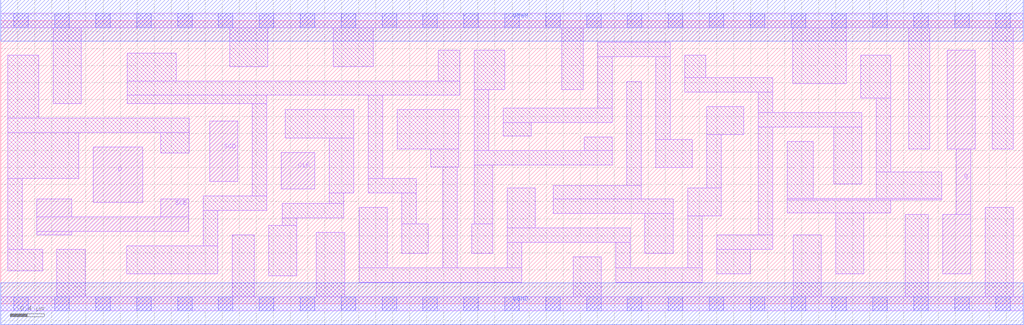
<source format=lef>
# Copyright 2020 The SkyWater PDK Authors
#
# Licensed under the Apache License, Version 2.0 (the "License");
# you may not use this file except in compliance with the License.
# You may obtain a copy of the License at
#
#     https://www.apache.org/licenses/LICENSE-2.0
#
# Unless required by applicable law or agreed to in writing, software
# distributed under the License is distributed on an "AS IS" BASIS,
# WITHOUT WARRANTIES OR CONDITIONS OF ANY KIND, either express or implied.
# See the License for the specific language governing permissions and
# limitations under the License.
#
# SPDX-License-Identifier: Apache-2.0

VERSION 5.7 ;
  NAMESCASESENSITIVE ON ;
  NOWIREEXTENSIONATPIN ON ;
  DIVIDERCHAR "/" ;
  BUSBITCHARS "[]" ;
UNITS
  DATABASE MICRONS 200 ;
END UNITS
MACRO sky130_fd_sc_ms__sdfxtp_2
  CLASS CORE ;
  SOURCE USER ;
  FOREIGN sky130_fd_sc_ms__sdfxtp_2 ;
  ORIGIN  0.000000  0.000000 ;
  SIZE  12.00000 BY  3.330000 ;
  SYMMETRY X Y ;
  SITE unit ;
  PIN D
    ANTENNAGATEAREA  0.178200 ;
    DIRECTION INPUT ;
    USE SIGNAL ;
    PORT
      LAYER li1 ;
        RECT 1.085000 1.190000 1.665000 1.845000 ;
    END
  END D
  PIN Q
    ANTENNADIFFAREA  0.542900 ;
    DIRECTION OUTPUT ;
    USE SIGNAL ;
    PORT
      LAYER li1 ;
        RECT 11.055000 0.350000 11.385000 1.050000 ;
        RECT 11.105000 1.820000 11.435000 2.980000 ;
        RECT 11.215000 1.050000 11.385000 1.820000 ;
    END
  END Q
  PIN SCD
    ANTENNAGATEAREA  0.178200 ;
    DIRECTION INPUT ;
    USE SIGNAL ;
    PORT
      LAYER li1 ;
        RECT 2.450000 1.435000 2.780000 2.150000 ;
    END
  END SCD
  PIN SCE
    ANTENNAGATEAREA  0.356400 ;
    DIRECTION INPUT ;
    USE SIGNAL ;
    PORT
      LAYER li1 ;
        RECT 0.425000 0.810000 0.835000 0.850000 ;
        RECT 0.425000 0.850000 2.205000 1.020000 ;
        RECT 0.425000 1.020000 0.835000 1.230000 ;
        RECT 1.875000 1.020000 2.205000 1.230000 ;
    END
  END SCE
  PIN CLK
    ANTENNAGATEAREA  0.312600 ;
    DIRECTION INPUT ;
    USE CLOCK ;
    PORT
      LAYER li1 ;
        RECT 3.290000 1.350000 3.685000 1.780000 ;
    END
  END CLK
  PIN VGND
    DIRECTION INOUT ;
    USE GROUND ;
    PORT
      LAYER met1 ;
        RECT 0.000000 -0.245000 12.000000 0.245000 ;
    END
  END VGND
  PIN VPWR
    DIRECTION INOUT ;
    USE POWER ;
    PORT
      LAYER met1 ;
        RECT 0.000000 3.085000 12.000000 3.575000 ;
    END
  END VPWR
  OBS
    LAYER li1 ;
      RECT  0.000000 -0.085000 12.000000 0.085000 ;
      RECT  0.000000  3.245000 12.000000 3.415000 ;
      RECT  0.085000  0.390000  0.490000 0.640000 ;
      RECT  0.085000  0.640000  0.255000 1.470000 ;
      RECT  0.085000  1.470000  0.915000 2.015000 ;
      RECT  0.085000  2.015000  2.210000 2.185000 ;
      RECT  0.085000  2.185000  0.445000 2.925000 ;
      RECT  0.615000  2.355000  0.945000 3.245000 ;
      RECT  0.660000  0.085000  0.990000 0.640000 ;
      RECT  1.480000  0.350000  2.545000 0.680000 ;
      RECT  1.485000  2.355000  3.120000 2.450000 ;
      RECT  1.485000  2.450000  5.385000 2.620000 ;
      RECT  1.485000  2.620000  2.060000 2.945000 ;
      RECT  1.880000  1.775000  2.210000 2.015000 ;
      RECT  2.375000  0.680000  2.545000 1.095000 ;
      RECT  2.375000  1.095000  3.120000 1.265000 ;
      RECT  2.685000  2.790000  3.135000 3.245000 ;
      RECT  2.715000  0.085000  2.975000 0.810000 ;
      RECT  2.950000  1.265000  3.120000 2.355000 ;
      RECT  3.145000  0.330000  3.475000 0.920000 ;
      RECT  3.305000  0.920000  3.475000 1.010000 ;
      RECT  3.305000  1.010000  4.025000 1.180000 ;
      RECT  3.340000  1.950000  4.145000 2.280000 ;
      RECT  3.705000  0.085000  4.035000 0.840000 ;
      RECT  3.855000  1.180000  4.025000 1.300000 ;
      RECT  3.855000  1.300000  4.145000 1.950000 ;
      RECT  3.900000  2.790000  4.370000 3.245000 ;
      RECT  4.205000  0.255000  6.115000 0.425000 ;
      RECT  4.205000  0.425000  4.535000 1.130000 ;
      RECT  4.315000  1.300000  4.875000 1.470000 ;
      RECT  4.315000  1.470000  4.485000 2.450000 ;
      RECT  4.655000  1.820000  5.375000 2.280000 ;
      RECT  4.705000  0.595000  5.015000 0.940000 ;
      RECT  4.705000  0.940000  4.875000 1.300000 ;
      RECT  5.045000  1.610000  5.375000 1.820000 ;
      RECT  5.135000  2.620000  5.385000 2.980000 ;
      RECT  5.185000  0.425000  5.355000 1.610000 ;
      RECT  5.525000  0.595000  5.775000 0.940000 ;
      RECT  5.555000  0.940000  5.775000 1.630000 ;
      RECT  5.555000  1.630000  7.175000 1.800000 ;
      RECT  5.555000  1.800000  5.725000 2.520000 ;
      RECT  5.555000  2.520000  5.915000 2.980000 ;
      RECT  5.895000  1.970000  6.225000 2.130000 ;
      RECT  5.895000  2.130000  7.175000 2.300000 ;
      RECT  5.945000  0.425000  6.115000 0.720000 ;
      RECT  5.945000  0.720000  7.390000 0.890000 ;
      RECT  5.945000  0.890000  6.275000 1.360000 ;
      RECT  6.485000  1.060000  7.890000 1.230000 ;
      RECT  6.485000  1.230000  7.515000 1.390000 ;
      RECT  6.585000  2.520000  6.835000 3.245000 ;
      RECT  6.720000  0.085000  7.050000 0.550000 ;
      RECT  6.845000  1.800000  7.175000 1.960000 ;
      RECT  7.005000  2.300000  7.175000 2.905000 ;
      RECT  7.005000  2.905000  7.855000 3.075000 ;
      RECT  7.220000  0.255000  8.230000 0.425000 ;
      RECT  7.220000  0.425000  7.390000 0.720000 ;
      RECT  7.345000  1.390000  7.515000 2.610000 ;
      RECT  7.560000  0.595000  7.890000 1.060000 ;
      RECT  7.685000  1.600000  8.115000 1.930000 ;
      RECT  7.685000  1.930000  7.855000 2.905000 ;
      RECT  8.025000  2.490000  9.060000 2.660000 ;
      RECT  8.025000  2.660000  8.275000 2.920000 ;
      RECT  8.060000  0.425000  8.230000 1.030000 ;
      RECT  8.060000  1.030000  8.455000 1.360000 ;
      RECT  8.285000  1.360000  8.455000 1.990000 ;
      RECT  8.285000  1.990000  8.720000 2.320000 ;
      RECT  8.400000  0.350000  8.795000 0.640000 ;
      RECT  8.400000  0.640000  9.060000 0.810000 ;
      RECT  8.890000  0.810000  9.060000 2.075000 ;
      RECT  8.890000  2.075000 10.105000 2.245000 ;
      RECT  8.890000  2.245000  9.060000 2.490000 ;
      RECT  9.230000  1.070000 10.445000 1.220000 ;
      RECT  9.230000  1.220000 11.045000 1.240000 ;
      RECT  9.230000  1.240000  9.535000 1.905000 ;
      RECT  9.295000  2.590000  9.925000 3.245000 ;
      RECT  9.300000  0.085000  9.630000 0.810000 ;
      RECT  9.775000  1.410000 10.105000 2.075000 ;
      RECT  9.800000  0.350000 10.130000 1.070000 ;
      RECT 10.095000  2.415000 10.445000 2.920000 ;
      RECT 10.275000  1.240000 11.045000 1.550000 ;
      RECT 10.275000  1.550000 10.445000 2.415000 ;
      RECT 10.615000  0.085000 10.885000 1.050000 ;
      RECT 10.655000  1.820000 10.905000 3.245000 ;
      RECT 11.555000  0.085000 11.885000 1.130000 ;
      RECT 11.635000  1.820000 11.885000 3.245000 ;
    LAYER mcon ;
      RECT  0.155000 -0.085000  0.325000 0.085000 ;
      RECT  0.155000  3.245000  0.325000 3.415000 ;
      RECT  0.635000 -0.085000  0.805000 0.085000 ;
      RECT  0.635000  3.245000  0.805000 3.415000 ;
      RECT  1.115000 -0.085000  1.285000 0.085000 ;
      RECT  1.115000  3.245000  1.285000 3.415000 ;
      RECT  1.595000 -0.085000  1.765000 0.085000 ;
      RECT  1.595000  3.245000  1.765000 3.415000 ;
      RECT  2.075000 -0.085000  2.245000 0.085000 ;
      RECT  2.075000  3.245000  2.245000 3.415000 ;
      RECT  2.555000 -0.085000  2.725000 0.085000 ;
      RECT  2.555000  3.245000  2.725000 3.415000 ;
      RECT  3.035000 -0.085000  3.205000 0.085000 ;
      RECT  3.035000  3.245000  3.205000 3.415000 ;
      RECT  3.515000 -0.085000  3.685000 0.085000 ;
      RECT  3.515000  3.245000  3.685000 3.415000 ;
      RECT  3.995000 -0.085000  4.165000 0.085000 ;
      RECT  3.995000  3.245000  4.165000 3.415000 ;
      RECT  4.475000 -0.085000  4.645000 0.085000 ;
      RECT  4.475000  3.245000  4.645000 3.415000 ;
      RECT  4.955000 -0.085000  5.125000 0.085000 ;
      RECT  4.955000  3.245000  5.125000 3.415000 ;
      RECT  5.435000 -0.085000  5.605000 0.085000 ;
      RECT  5.435000  3.245000  5.605000 3.415000 ;
      RECT  5.915000 -0.085000  6.085000 0.085000 ;
      RECT  5.915000  3.245000  6.085000 3.415000 ;
      RECT  6.395000 -0.085000  6.565000 0.085000 ;
      RECT  6.395000  3.245000  6.565000 3.415000 ;
      RECT  6.875000 -0.085000  7.045000 0.085000 ;
      RECT  6.875000  3.245000  7.045000 3.415000 ;
      RECT  7.355000 -0.085000  7.525000 0.085000 ;
      RECT  7.355000  3.245000  7.525000 3.415000 ;
      RECT  7.835000 -0.085000  8.005000 0.085000 ;
      RECT  7.835000  3.245000  8.005000 3.415000 ;
      RECT  8.315000 -0.085000  8.485000 0.085000 ;
      RECT  8.315000  3.245000  8.485000 3.415000 ;
      RECT  8.795000 -0.085000  8.965000 0.085000 ;
      RECT  8.795000  3.245000  8.965000 3.415000 ;
      RECT  9.275000 -0.085000  9.445000 0.085000 ;
      RECT  9.275000  3.245000  9.445000 3.415000 ;
      RECT  9.755000 -0.085000  9.925000 0.085000 ;
      RECT  9.755000  3.245000  9.925000 3.415000 ;
      RECT 10.235000 -0.085000 10.405000 0.085000 ;
      RECT 10.235000  3.245000 10.405000 3.415000 ;
      RECT 10.715000 -0.085000 10.885000 0.085000 ;
      RECT 10.715000  3.245000 10.885000 3.415000 ;
      RECT 11.195000 -0.085000 11.365000 0.085000 ;
      RECT 11.195000  3.245000 11.365000 3.415000 ;
      RECT 11.675000 -0.085000 11.845000 0.085000 ;
      RECT 11.675000  3.245000 11.845000 3.415000 ;
  END
END sky130_fd_sc_ms__sdfxtp_2
END LIBRARY

</source>
